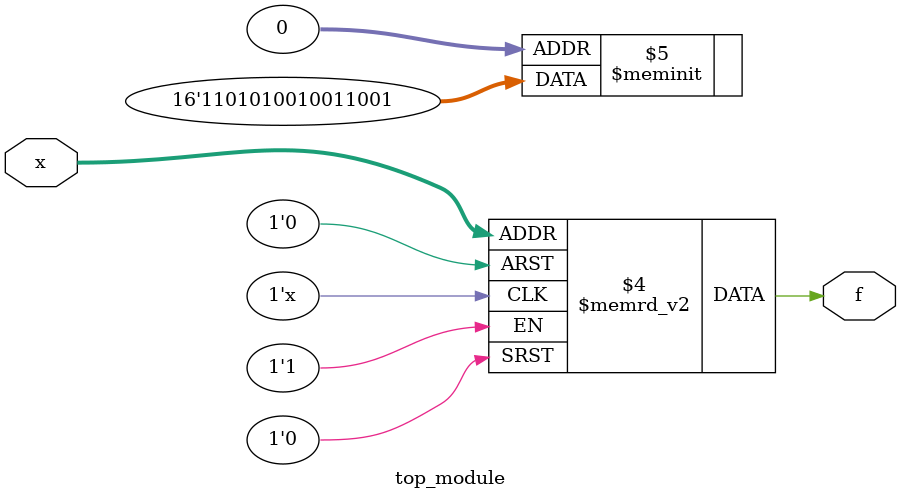
<source format=sv>
module top_module (
    input [4:1] x,
    output logic f
);

always_comb begin
    case (x)
        4'b0000, 4'b1010, 4'b1100, 4'b1110: f = 1'b1;
        4'b0001, 4'b0101, 4'b1001, 4'b1011, 4'b1101, 4'b1000: f = 1'b0;
        4'b0011, 4'b0111, 4'b1111: f = 1'b1;
        4'b0010, 4'b0110, 4'b1010: f = 1'b0;
        4'b0100: f = 1'b1;
        default: f = 1'bx;
    endcase
end

endmodule

</source>
